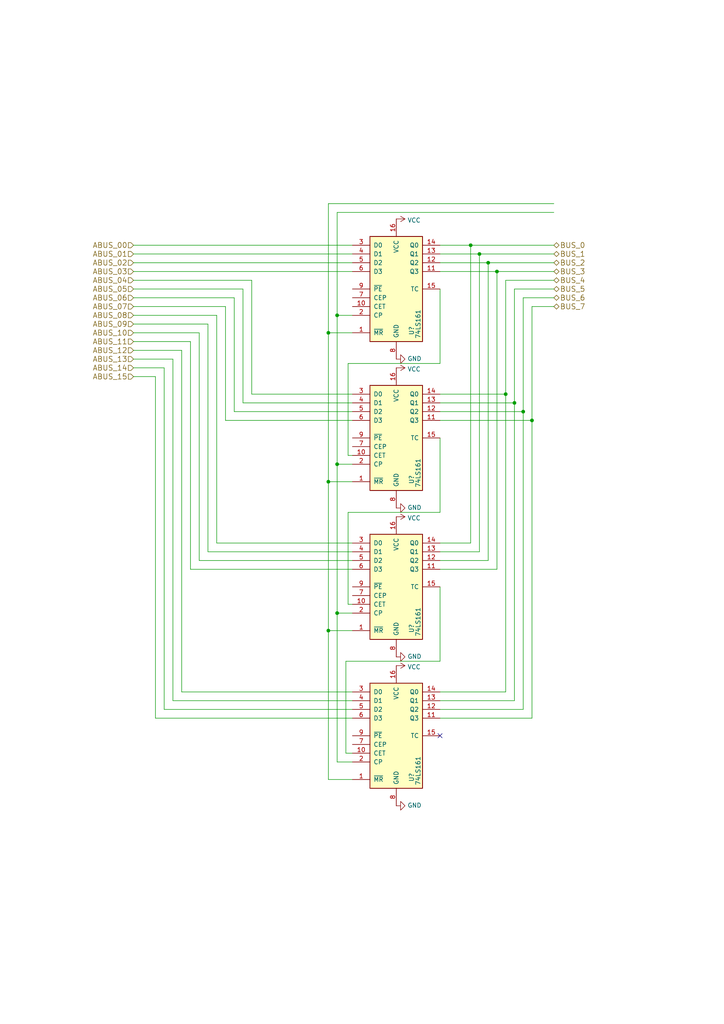
<source format=kicad_sch>
(kicad_sch (version 20211123) (generator eeschema)
  (paper "A4" portrait)
  (lib_symbols
    (symbol "74xx:74LS161" (pin_names (offset 1.016))
      (property "Reference" "U" (at -7.62 16.51 0))
      (property "Value" "74LS161" (at -7.62 -16.51 0))
      (symbol "74LS161_1_0"
        (pin input line (at -12.7 -12.7 0) (length 5.08) (name "~{MR}") (number "1"))
        (pin input line (at -12.7 -5.08 0) (length 5.08) (name "CET") (number "10"))
        (pin output line (at 12.7 5.08 180) (length 5.08) (name "Q3") (number "11"))
        (pin output line (at 12.7 7.62 180) (length 5.08) (name "Q2") (number "12"))
        (pin output line (at 12.7 10.16 180) (length 5.08) (name "Q1") (number "13"))
        (pin output line (at 12.7 12.7 180) (length 5.08) (name "Q0") (number "14"))
        (pin output line (at 12.7 0 180) (length 5.08) (name "TC") (number "15"))
        (pin power_in line (at 0 20.32 270) (length 5.08) (name "VCC") (number "16"))
        (pin input line (at -12.7 -7.62 0) (length 5.08) (name "CP") (number "2"))
        (pin input line (at -12.7 12.7 0) (length 5.08) (name "D0") (number "3"))
        (pin input line (at -12.7 10.16 0) (length 5.08) (name "D1") (number "4"))
        (pin input line (at -12.7 7.62 0) (length 5.08) (name "D2") (number "5"))
        (pin input line (at -12.7 5.08 0) (length 5.08) (name "D3") (number "6"))
        (pin input line (at -12.7 -2.54 0) (length 5.08) (name "CEP") (number "7"))
        (pin power_in line (at 0 -20.32 90) (length 5.08) (name "GND") (number "8"))
        (pin input line (at -12.7 0 0) (length 5.08) (name "~{PE}") (number "9"))
      )
      (symbol "74LS161_1_1"
        (rectangle (start -7.62 15.24) (end 7.62 -15.24) (stroke (width 0.254)) (fill (type background)))
      )
    )
    (symbol "74xx:74LS245" (pin_names (offset 1.016))
      (property "Reference" "U" (at -7.62 16.51 0))
      (property "Value" "74LS245" (at -7.62 -16.51 0))
      (symbol "74LS245_1_0"
        (polyline (pts (xy -0.635 -1.27) (xy -0.635 1.27) (xy 0.635 1.27)))
        (polyline (pts (xy -1.27 -1.27) (xy 0.635 -1.27) (xy 0.635 1.27) (xy 1.27 1.27)))
        (pin input line (at -12.7 -10.16 0) (length 5.08) (name "A->B") (number "1"))
        (pin power_in line (at 0 -20.32 90) (length 5.08) (name "GND") (number "10"))
        (pin tri_state line (at 12.7 -5.08 180) (length 5.08) (name "B7") (number "11"))
        (pin tri_state line (at 12.7 -2.54 180) (length 5.08) (name "B6") (number "12"))
        (pin tri_state line (at 12.7 0 180) (length 5.08) (name "B5") (number "13"))
        (pin tri_state line (at 12.7 2.54 180) (length 5.08) (name "B4") (number "14"))
        (pin tri_state line (at 12.7 5.08 180) (length 5.08) (name "B3") (number "15"))
        (pin tri_state line (at 12.7 7.62 180) (length 5.08) (name "B2") (number "16"))
        (pin tri_state line (at 12.7 10.16 180) (length 5.08) (name "B1") (number "17"))
        (pin tri_state line (at 12.7 12.7 180) (length 5.08) (name "B0") (number "18"))
        (pin input inverted (at -12.7 -12.7 0) (length 5.08) (name "CE") (number "19"))
        (pin tri_state line (at -12.7 12.7 0) (length 5.08) (name "A0") (number "2"))
        (pin power_in line (at 0 20.32 270) (length 5.08) (name "VCC") (number "20"))
        (pin tri_state line (at -12.7 10.16 0) (length 5.08) (name "A1") (number "3"))
        (pin tri_state line (at -12.7 7.62 0) (length 5.08) (name "A2") (number "4"))
        (pin tri_state line (at -12.7 5.08 0) (length 5.08) (name "A3") (number "5"))
        (pin tri_state line (at -12.7 2.54 0) (length 5.08) (name "A4") (number "6"))
        (pin tri_state line (at -12.7 0 0) (length 5.08) (name "A5") (number "7"))
        (pin tri_state line (at -12.7 -2.54 0) (length 5.08) (name "A6") (number "8"))
        (pin tri_state line (at -12.7 -5.08 0) (length 5.08) (name "A7") (number "9"))
      )
      (symbol "74LS245_1_1"
        (rectangle (start -7.62 15.24) (end 7.62 -15.24) (stroke (width 0.254)) (fill (type background)))
      )
    )
    (symbol "Device:C" (pin_numbers hide) (pin_names (offset 0.254))
      (property "Reference" "C" (at 0.635 2.54 0))
      (property "Value" "C" (at 0.635 -2.54 0))
      (symbol "C_0_1"
        (polyline (pts (xy -2.032 -0.762) (xy 2.032 -0.762)) (stroke (width 0.508)))
        (polyline (pts (xy -2.032 0.762) (xy 2.032 0.762)) (stroke (width 0.508)))
      )
      (symbol "C_1_1"
        (pin passive line (at 0 3.81 270) (length 2.794) (name "~") (number "1"))
        (pin passive line (at 0 -3.81 90) (length 2.794) (name "~") (number "2"))
      )
    )
    (symbol "power:GND" (power) (pin_names (offset 0))
      (property "Value" "GND" (at 0 -3.81 0))
      (symbol "GND_0_1"
        (polyline (pts (xy 0 0) (xy 0 -1.27) (xy 1.27 -1.27) (xy 0 -2.54) (xy -1.27 -1.27) (xy 0 -1.27)))
      )
      (symbol "GND_1_1"
        (pin power_in line (at 0 0 270) (length 0) hide (name "GND") (number "1"))
      )
    )
    (symbol "power:VCC" (power) (pin_names (offset 0))
      (property "Value" "VCC" (at 0 3.81 0))
      (symbol "VCC_0_1"
        (polyline (pts (xy -0.762 1.27) (xy 0 2.54)))
        (polyline (pts (xy 0 0) (xy 0 2.54)))
        (polyline (pts (xy 0 2.54) (xy 0.762 1.27)))
      )
      (symbol "VCC_1_1"
        (pin power_in line (at 0 0 90) (length 0) hide (name "VCC") (number "1"))
      )
    )
  )
  (junction (at 95.25 139.7))
  (junction (at 97.79 91.44))
  (junction (at 97.79 134.62))
  (junction (at 97.79 177.8))
  (junction (at 149.225 116.84))
  (junction (at 240.665 193.04))
  (junction (at 360.045 182.88))
  (junction (at 141.605 76.2))
  (junction (at 245.745 73.66))
  (junction (at 362.585 180.34))
  (junction (at 253.365 76.2))
  (junction (at 365.125 177.8))
  (junction (at 245.745 114.3))
  (junction (at 250.825 167.64))
  (junction (at 136.525 71.12))
  (junction (at 245.745 157.48))
  (junction (at 146.685 114.3))
  (junction (at 367.665 175.26))
  (junction (at 139.065 73.66))
  (junction (at 357.505 185.42))
  (junction (at 225.425 144.78))
  (junction (at 151.765 119.38))
  (junction (at 95.25 182.88))
  (junction (at 248.285 68.58))
  (junction (at 253.365 162.56))
  (junction (at 95.25 96.52))
  (junction (at 253.365 119.38))
  (junction (at 250.825 124.46))
  (junction (at 233.045 185.42))
  (junction (at 352.425 190.5))
  (junction (at 354.965 187.96))
  (junction (at 248.285 154.94))
  (junction (at 222.885 142.24))
  (junction (at 238.125 190.5))
  (junction (at 144.145 78.74))
  (junction (at 349.885 193.04))
  (junction (at 245.745 71.12))
  (junction (at 154.305 121.92))
  (junction (at 230.505 149.86))
  (junction (at 250.825 81.28))
  (junction (at 227.965 147.32))
  (junction (at 235.585 187.96))
  (no_connect (at 127.635 213.36))
  (no_connect (at 282.575 198.12))
  (wire (pts (xy 45.085 109.22) (xy 45.085 208.28)))
  (wire (pts (xy 347.345 180.34) (xy 362.585 180.34)))
  (wire (pts (xy 127.635 73.66) (xy 139.065 73.66)))
  (wire (pts (xy 127.635 78.74) (xy 144.145 78.74)))
  (wire (pts (xy 127.635 170.18) (xy 127.635 191.77)))
  (wire (pts (xy 257.175 111.76) (xy 248.285 111.76)))
  (wire (pts (xy 55.245 99.06) (xy 55.245 165.1)))
  (wire (pts (xy 248.285 116.84) (xy 243.205 116.84)))
  (wire (pts (xy 255.905 90.17) (xy 255.905 116.84)))
  (wire (pts (xy 245.745 157.48) (xy 245.745 200.66)))
  (wire (pts (xy 97.79 177.8) (xy 97.79 134.62)))
  (wire (pts (xy 308.61 93.98) (xy 321.945 93.98)))
  (wire (pts (xy 255.905 160.02) (xy 257.175 160.02)))
  (wire (pts (xy 257.175 190.5) (xy 238.125 190.5)))
  (wire (pts (xy 230.505 149.86) (xy 257.175 149.86)))
  (wire (pts (xy 311.15 91.44) (xy 311.15 58.42)))
  (wire (pts (xy 362.585 93.98) (xy 362.585 180.34)))
  (wire (pts (xy 240.665 106.68) (xy 240.665 193.04)))
  (wire (pts (xy 362.585 180.34) (xy 374.015 180.34)))
  (wire (pts (xy 357.505 99.06) (xy 357.505 185.42)))
  (wire (pts (xy 257.175 58.42) (xy 225.425 58.42)))
  (wire (pts (xy 282.575 187.96) (xy 321.945 187.96)))
  (wire (pts (xy 38.735 78.74) (xy 102.235 78.74)))
  (wire (pts (xy 45.085 208.28) (xy 102.235 208.28)))
  (wire (pts (xy 127.635 157.48) (xy 136.525 157.48)))
  (wire (pts (xy 141.605 162.56) (xy 141.605 76.2)))
  (wire (pts (xy 227.965 147.32) (xy 257.175 147.32)))
  (wire (pts (xy 306.07 96.52) (xy 321.945 96.52)))
  (wire (pts (xy 257.175 119.38) (xy 253.365 119.38)))
  (wire (pts (xy 257.175 193.04) (xy 240.665 193.04)))
  (wire (pts (xy 313.69 88.9) (xy 321.945 88.9)))
  (wire (pts (xy 95.25 139.7) (xy 95.25 96.52)))
  (wire (pts (xy 347.345 193.04) (xy 349.885 193.04)))
  (wire (pts (xy 95.25 139.7) (xy 102.235 139.7)))
  (wire (pts (xy 233.045 185.42) (xy 257.175 185.42)))
  (wire (pts (xy 227.965 60.96) (xy 257.175 60.96)))
  (wire (pts (xy 102.235 114.3) (xy 73.025 114.3)))
  (wire (pts (xy 257.175 106.68) (xy 240.665 106.68)))
  (wire (pts (xy 97.79 177.8) (xy 102.235 177.8)))
  (wire (pts (xy 248.285 154.94) (xy 248.285 116.84)))
  (wire (pts (xy 225.425 144.78) (xy 225.425 58.42)))
  (wire (pts (xy 250.825 36.83) (xy 250.825 81.28)))
  (wire (pts (xy 257.175 76.2) (xy 253.365 76.2)))
  (wire (pts (xy 227.965 147.32) (xy 227.965 60.96)))
  (wire (pts (xy 282.575 99.06) (xy 321.945 99.06)))
  (wire (pts (xy 102.235 226.06) (xy 95.25 226.06)))
  (wire (pts (xy 313.69 55.88) (xy 313.69 88.9)))
  (wire (pts (xy 95.25 59.055) (xy 160.655 59.055)))
  (wire (pts (xy 282.575 176.53) (xy 255.905 176.53)))
  (wire (pts (xy 257.175 144.78) (xy 225.425 144.78)))
  (wire (pts (xy 282.575 190.5) (xy 321.945 190.5)))
  (wire (pts (xy 95.25 182.88) (xy 95.25 139.7)))
  (wire (pts (xy 52.705 200.66) (xy 52.705 101.6)))
  (wire (pts (xy 282.575 111.76) (xy 282.575 133.35)))
  (wire (pts (xy 139.065 73.66) (xy 160.655 73.66)))
  (wire (pts (xy 225.425 246.38) (xy 365.125 246.38)))
  (wire (pts (xy 144.145 165.1) (xy 127.635 165.1)))
  (wire (pts (xy 154.305 208.28) (xy 127.635 208.28)))
  (wire (pts (xy 144.145 78.74) (xy 144.145 165.1)))
  (wire (pts (xy 100.965 132.08) (xy 100.965 105.41)))
  (wire (pts (xy 354.965 236.22) (xy 354.965 187.96)))
  (wire (pts (xy 127.635 83.82) (xy 127.635 105.41)))
  (wire (pts (xy 250.825 124.46) (xy 250.825 167.64)))
  (wire (pts (xy 102.235 119.38) (xy 67.945 119.38)))
  (wire (pts (xy 257.175 63.5) (xy 230.505 63.5)))
  (wire (pts (xy 47.625 106.68) (xy 38.735 106.68)))
  (wire (pts (xy 282.575 193.04) (xy 321.945 193.04)))
  (wire (pts (xy 224.155 41.91) (xy 316.865 41.91)))
  (wire (pts (xy 282.575 185.42) (xy 321.945 185.42)))
  (wire (pts (xy 240.665 231.14) (xy 349.885 231.14)))
  (wire (pts (xy 154.305 121.92) (xy 154.305 208.28)))
  (wire (pts (xy 313.69 175.26) (xy 321.945 175.26)))
  (wire (pts (xy 127.635 162.56) (xy 141.605 162.56)))
  (wire (pts (xy 70.485 116.84) (xy 102.235 116.84)))
  (wire (pts (xy 360.045 96.52) (xy 347.345 96.52)))
  (wire (pts (xy 360.045 182.88) (xy 374.015 182.88)))
  (wire (pts (xy 127.635 127) (xy 127.635 148.59)))
  (wire (pts (xy 360.045 182.88) (xy 360.045 96.52)))
  (wire (pts (xy 238.125 233.68) (xy 352.425 233.68)))
  (wire (pts (xy 352.425 190.5) (xy 374.015 190.5)))
  (wire (pts (xy 95.25 96.52) (xy 102.235 96.52)))
  (wire (pts (xy 100.965 105.41) (xy 127.635 105.41)))
  (wire (pts (xy 144.145 78.74) (xy 160.655 78.74)))
  (wire (pts (xy 151.765 205.74) (xy 151.765 119.38)))
  (wire (pts (xy 316.865 200.66) (xy 321.945 200.66)))
  (wire (pts (xy 102.235 162.56) (xy 57.785 162.56)))
  (wire (pts (xy 224.155 36.83) (xy 245.745 36.83)))
  (wire (pts (xy 222.885 142.24) (xy 222.885 55.88)))
  (wire (pts (xy 100.33 191.77) (xy 127.635 191.77)))
  (wire (pts (xy 308.61 180.34) (xy 321.945 180.34)))
  (wire (pts (xy 248.285 198.12) (xy 248.285 154.94)))
  (wire (pts (xy 313.69 142.24) (xy 313.69 175.26)))
  (wire (pts (xy 250.825 210.82) (xy 257.175 210.82)))
  (wire (pts (xy 253.365 119.38) (xy 253.365 76.2)))
  (wire (pts (xy 233.045 99.06) (xy 233.045 185.42)))
  (wire (pts (xy 357.505 238.76) (xy 233.045 238.76)))
  (wire (pts (xy 282.575 68.58) (xy 282.575 90.17)))
  (wire (pts (xy 257.175 200.66) (xy 245.745 200.66)))
  (wire (pts (xy 102.235 220.98) (xy 97.79 220.98)))
  (wire (pts (xy 136.525 157.48) (xy 136.525 71.12)))
  (wire (pts (xy 347.345 104.14) (xy 352.425 104.14)))
  (wire (pts (xy 306.07 149.86) (xy 306.07 182.88)))
  (wire (pts (xy 224.155 39.37) (xy 319.405 39.37)))
  (wire (pts (xy 38.735 76.2) (xy 102.235 76.2)))
  (wire (pts (xy 255.905 176.53) (xy 255.905 203.2)))
  (wire (pts (xy 250.825 36.83) (xy 375.285 36.83)))
  (wire (pts (xy 352.425 233.68) (xy 352.425 190.5)))
  (wire (pts (xy 347.345 187.96) (xy 354.965 187.96)))
  (wire (pts (xy 253.365 119.38) (xy 253.365 162.56)))
  (wire (pts (xy 154.305 121.92) (xy 154.305 88.9)))
  (wire (pts (xy 365.125 91.44) (xy 347.345 91.44)))
  (wire (pts (xy 57.785 96.52) (xy 38.735 96.52)))
  (wire (pts (xy 250.825 124.46) (xy 257.175 124.46)))
  (wire (pts (xy 282.575 55.88) (xy 313.69 55.88)))
  (wire (pts (xy 253.365 34.29) (xy 253.365 76.2)))
  (wire (pts (xy 127.635 116.84) (xy 149.225 116.84)))
  (wire (pts (xy 149.225 116.84) (xy 149.225 83.82)))
  (wire (pts (xy 70.485 83.82) (xy 70.485 116.84)))
  (wire (pts (xy 127.635 71.12) (xy 136.525 71.12)))
  (wire (pts (xy 282.575 154.94) (xy 282.575 176.53)))
  (wire (pts (xy 97.79 61.595) (xy 160.655 61.595)))
  (wire (pts (xy 311.15 58.42) (xy 282.575 58.42)))
  (wire (pts (xy 224.155 44.45) (xy 248.285 44.45)))
  (wire (pts (xy 233.045 99.06) (xy 257.175 99.06)))
  (wire (pts (xy 282.575 106.68) (xy 321.945 106.68)))
  (wire (pts (xy 235.585 187.96) (xy 235.585 236.22)))
  (wire (pts (xy 362.585 243.84) (xy 227.965 243.84)))
  (wire (pts (xy 65.405 88.9) (xy 65.405 121.92)))
  (wire (pts (xy 146.685 200.66) (xy 146.685 114.3)))
  (wire (pts (xy 95.25 226.06) (xy 95.25 182.88)))
  (wire (pts (xy 352.425 104.14) (xy 352.425 190.5)))
  (wire (pts (xy 136.525 71.12) (xy 160.655 71.12)))
  (wire (pts (xy 224.155 46.99) (xy 243.205 46.99)))
  (wire (pts (xy 95.25 96.52) (xy 95.25 59.055)))
  (wire (pts (xy 257.175 205.74) (xy 253.365 205.74)))
  (wire (pts (xy 255.905 203.2) (xy 257.175 203.2)))
  (wire (pts (xy 149.225 203.2) (xy 127.635 203.2)))
  (wire (pts (xy 282.575 90.17) (xy 255.905 90.17)))
  (wire (pts (xy 248.285 68.58) (xy 257.175 68.58)))
  (wire (pts (xy 250.825 81.28) (xy 250.825 124.46)))
  (wire (pts (xy 250.825 167.64) (xy 250.825 210.82)))
  (wire (pts (xy 245.745 71.12) (xy 257.175 71.12)))
  (wire (pts (xy 127.635 205.74) (xy 151.765 205.74)))
  (wire (pts (xy 253.365 205.74) (xy 253.365 162.56)))
  (wire (pts (xy 311.15 144.78) (xy 311.15 177.8)))
  (wire (pts (xy 160.655 81.28) (xy 146.685 81.28)))
  (wire (pts (xy 97.79 91.44) (xy 102.235 91.44)))
  (wire (pts (xy 347.345 182.88) (xy 360.045 182.88)))
  (wire (pts (xy 347.345 185.42) (xy 357.505 185.42)))
  (wire (pts (xy 230.505 149.86) (xy 230.505 241.3)))
  (wire (pts (xy 319.405 39.37) (xy 319.405 114.3)))
  (wire (pts (xy 245.745 73.66) (xy 245.745 114.3)))
  (wire (pts (xy 316.865 41.91) (xy 316.865 200.66)))
  (wire (pts (xy 360.045 241.3) (xy 360.045 182.88)))
  (wire (pts (xy 282.575 101.6) (xy 321.945 101.6)))
  (wire (pts (xy 97.79 91.44) (xy 97.79 61.595)))
  (wire (pts (xy 367.665 88.9) (xy 367.665 175.26)))
  (wire (pts (xy 282.575 144.78) (xy 311.15 144.78)))
  (wire (pts (xy 149.225 83.82) (xy 160.655 83.82)))
  (wire (pts (xy 102.235 218.44) (xy 100.33 218.44)))
  (wire (pts (xy 257.175 81.28) (xy 250.825 81.28)))
  (wire (pts (xy 238.125 104.14) (xy 238.125 190.5)))
  (wire (pts (xy 95.25 182.88) (xy 102.235 182.88)))
  (wire (pts (xy 233.045 185.42) (xy 233.045 238.76)))
  (wire (pts (xy 367.665 175.26) (xy 374.015 175.26)))
  (wire (pts (xy 100.965 175.26) (xy 100.965 148.59)))
  (wire (pts (xy 349.885 193.04) (xy 374.015 193.04)))
  (wire (pts (xy 127.635 200.66) (xy 146.685 200.66)))
  (wire (pts (xy 146.685 114.3) (xy 127.635 114.3)))
  (wire (pts (xy 102.235 175.26) (xy 100.965 175.26)))
  (wire (pts (xy 50.165 104.14) (xy 50.165 203.2)))
  (wire (pts (xy 52.705 101.6) (xy 38.735 101.6)))
  (wire (pts (xy 227.965 147.32) (xy 227.965 243.84)))
  (wire (pts (xy 255.905 133.35) (xy 255.905 160.02)))
  (wire (pts (xy 282.575 104.14) (xy 321.945 104.14)))
  (wire (pts (xy 238.125 190.5) (xy 238.125 233.68)))
  (wire (pts (xy 257.175 104.14) (xy 238.125 104.14)))
  (wire (pts (xy 67.945 119.38) (xy 67.945 86.36)))
  (wire (pts (xy 151.765 119.38) (xy 151.765 86.36)))
  (wire (pts (xy 282.575 60.96) (xy 308.61 60.96)))
  (wire (pts (xy 349.885 231.14) (xy 349.885 193.04)))
  (wire (pts (xy 222.885 55.88) (xy 257.175 55.88)))
  (wire (pts (xy 55.245 165.1) (xy 102.235 165.1)))
  (wire (pts (xy 62.865 157.48) (xy 102.235 157.48)))
  (wire (pts (xy 38.735 93.98) (xy 60.325 93.98)))
  (wire (pts (xy 73.025 81.28) (xy 38.735 81.28)))
  (wire (pts (xy 245.745 71.12) (xy 245.745 73.66)))
  (wire (pts (xy 243.205 116.84) (xy 243.205 46.99)))
  (wire (pts (xy 308.61 147.32) (xy 308.61 180.34)))
  (wire (pts (xy 347.345 88.9) (xy 367.665 88.9)))
  (wire (pts (xy 308.61 60.96) (xy 308.61 93.98)))
  (wire (pts (xy 235.585 236.22) (xy 354.965 236.22)))
  (wire (pts (xy 62.865 91.44) (xy 38.735 91.44)))
  (wire (pts (xy 255.905 116.84) (xy 257.175 116.84)))
  (wire (pts (xy 349.885 193.04) (xy 349.885 106.68)))
  (wire (pts (xy 38.735 99.06) (xy 55.245 99.06)))
  (wire (pts (xy 146.685 81.28) (xy 146.685 114.3)))
  (wire (pts (xy 139.065 160.02) (xy 127.635 160.02)))
  (wire (pts (xy 282.575 142.24) (xy 313.69 142.24)))
  (wire (pts (xy 347.345 175.26) (xy 367.665 175.26)))
  (wire (pts (xy 225.425 144.78) (xy 225.425 246.38)))
  (wire (pts (xy 97.79 134.62) (xy 97.79 91.44)))
  (wire (pts (xy 306.07 182.88) (xy 321.945 182.88)))
  (wire (pts (xy 38.735 109.22) (xy 45.085 109.22)))
  (wire (pts (xy 347.345 177.8) (xy 365.125 177.8)))
  (wire (pts (xy 67.945 86.36) (xy 38.735 86.36)))
  (wire (pts (xy 235.585 101.6) (xy 235.585 187.96)))
  (wire (pts (xy 73.025 114.3) (xy 73.025 81.28)))
  (wire (pts (xy 222.885 142.24) (xy 257.175 142.24)))
  (wire (pts (xy 257.175 101.6) (xy 235.585 101.6)))
  (wire (pts (xy 102.235 200.66) (xy 52.705 200.66)))
  (wire (pts (xy 60.325 160.02) (xy 102.235 160.02)))
  (wire (pts (xy 248.285 154.94) (xy 257.175 154.94)))
  (wire (pts (xy 347.345 93.98) (xy 362.585 93.98)))
  (wire (pts (xy 257.175 167.64) (xy 250.825 167.64)))
  (wire (pts (xy 151.765 86.36) (xy 160.655 86.36)))
  (wire (pts (xy 102.235 205.74) (xy 47.625 205.74)))
  (wire (pts (xy 365.125 177.8) (xy 365.125 91.44)))
  (wire (pts (xy 60.325 93.98) (xy 60.325 160.02)))
  (wire (pts (xy 282.575 149.86) (xy 306.07 149.86)))
  (wire (pts (xy 38.735 88.9) (xy 65.405 88.9)))
  (wire (pts (xy 365.125 246.38) (xy 365.125 177.8)))
  (wire (pts (xy 127.635 76.2) (xy 141.605 76.2)))
  (wire (pts (xy 354.965 187.96) (xy 354.965 101.6)))
  (wire (pts (xy 282.575 147.32) (xy 308.61 147.32)))
  (wire (pts (xy 127.635 119.38) (xy 151.765 119.38)))
  (wire (pts (xy 311.15 91.44) (xy 321.945 91.44)))
  (wire (pts (xy 347.345 99.06) (xy 357.505 99.06)))
  (wire (pts (xy 230.505 63.5) (xy 230.505 149.86)))
  (wire (pts (xy 357.505 185.42) (xy 374.015 185.42)))
  (wire (pts (xy 354.965 101.6) (xy 347.345 101.6)))
  (wire (pts (xy 149.225 116.84) (xy 149.225 203.2)))
  (wire (pts (xy 357.505 185.42) (xy 357.505 238.76)))
  (wire (pts (xy 240.665 193.04) (xy 240.665 231.14)))
  (wire (pts (xy 47.625 205.74) (xy 47.625 106.68)))
  (wire (pts (xy 253.365 34.29) (xy 375.285 34.29)))
  (wire (pts (xy 311.15 177.8) (xy 321.945 177.8)))
  (wire (pts (xy 154.305 88.9) (xy 160.655 88.9)))
  (wire (pts (xy 139.065 73.66) (xy 139.065 160.02)))
  (wire (pts (xy 257.175 187.96) (xy 235.585 187.96)))
  (wire (pts (xy 282.575 63.5) (xy 306.07 63.5)))
  (wire (pts (xy 248.285 44.45) (xy 248.285 68.58)))
  (wire (pts (xy 245.745 157.48) (xy 257.175 157.48)))
  (wire (pts (xy 362.585 180.34) (xy 362.585 243.84)))
  (wire (pts (xy 245.745 36.83) (xy 245.745 71.12)))
  (wire (pts (xy 367.665 175.26) (xy 367.665 248.92)))
  (wire (pts (xy 65.405 121.92) (xy 102.235 121.92)))
  (wire (pts (xy 38.735 83.82) (xy 70.485 83.82)))
  (wire (pts (xy 365.125 177.8) (xy 374.015 177.8)))
  (wire (pts (xy 257.175 162.56) (xy 253.365 162.56)))
  (wire (pts (xy 38.735 71.12) (xy 102.235 71.12)))
  (wire (pts (xy 367.665 248.92) (xy 222.885 248.92)))
  (wire (pts (xy 127.635 121.92) (xy 154.305 121.92)))
  (wire (pts (xy 62.865 157.48) (xy 62.865 91.44)))
  (wire (pts (xy 354.965 187.96) (xy 374.015 187.96)))
  (wire (pts (xy 347.345 190.5) (xy 352.425 190.5)))
  (wire (pts (xy 306.07 63.5) (xy 306.07 96.52)))
  (wire (pts (xy 50.165 203.2) (xy 102.235 203.2)))
  (wire (pts (xy 245.745 73.66) (xy 257.175 73.66)))
  (wire (pts (xy 230.505 241.3) (xy 360.045 241.3)))
  (wire (pts (xy 97.79 220.98) (xy 97.79 177.8)))
  (wire (pts (xy 282.575 133.35) (xy 255.905 133.35)))
  (wire (pts (xy 257.175 114.3) (xy 245.745 114.3)))
  (wire (pts (xy 141.605 76.2) (xy 160.655 76.2)))
  (wire (pts (xy 97.79 134.62) (xy 102.235 134.62)))
  (wire (pts (xy 245.745 114.3) (xy 245.745 157.48)))
  (wire (pts (xy 321.945 114.3) (xy 319.405 114.3)))
  (wire (pts (xy 222.885 142.24) (xy 222.885 248.92)))
  (wire (pts (xy 102.235 132.08) (xy 100.965 132.08)))
  (wire (pts (xy 38.735 73.66) (xy 102.235 73.66)))
  (wire (pts (xy 38.735 104.14) (xy 50.165 104.14)))
  (wire (pts (xy 57.785 162.56) (xy 57.785 96.52)))
  (wire (pts (xy 100.33 218.44) (xy 100.33 191.77)))
  (wire (pts (xy 248.285 111.76) (xy 248.285 68.58)))
  (wire (pts (xy 257.175 198.12) (xy 248.285 198.12)))
  (wire (pts (xy 349.885 106.68) (xy 347.345 106.68)))
  (wire (pts (xy 100.965 148.59) (xy 127.635 148.59)))
  (hierarchical_label "ABUS_12" (shape input) (at 38.735 101.6 180) (effects (font (size 1.524 1.524))))
  (hierarchical_label "ABUS_04" (shape input) (at 38.735 81.28 180) (effects (font (size 1.524 1.524))))
  (hierarchical_label "BUS_4" (shape bidirectional) (at 160.655 81.28 0) (effects (font (size 1.524 1.524))))
  (hierarchical_label "ABUS_09" (shape input) (at 38.735 93.98 180) (effects (font (size 1.524 1.524))))
  (hierarchical_label "ABUS_14" (shape input) (at 38.735 106.68 180) (effects (font (size 1.524 1.524))))
  (hierarchical_label "CLK" (shape input) (at 375.285 34.29 0) (effects (font (size 1.524 1.524))))
  (hierarchical_label "~{CLR}" (shape input) (at 375.285 36.83 0) (effects (font (size 1.524 1.524))))
  (hierarchical_label "ABUS_05" (shape input) (at 38.735 83.82 180) (effects (font (size 1.524 1.524))))
  (hierarchical_label "~{JlB}" (shape input) (at 224.155 46.99 180) (effects (font (size 1.524 1.524))))
  (hierarchical_label "ABUS_02" (shape input) (at 38.735 76.2 180) (effects (font (size 1.524 1.524))))
  (hierarchical_label "ABUS_10" (shape input) (at 38.735 96.52 180) (effects (font (size 1.524 1.524))))
  (hierarchical_label "ABUS_07" (shape input) (at 38.735 88.9 180) (effects (font (size 1.524 1.524))))
  (hierarchical_label "ABUS_06" (shape input) (at 38.735 86.36 180) (effects (font (size 1.524 1.524))))
  (hierarchical_label "BUS_5" (shape bidirectional) (at 160.655 83.82 0) (effects (font (size 1.524 1.524))))
  (hierarchical_label "BUS_1" (shape bidirectional) (at 160.655 73.66 0) (effects (font (size 1.524 1.524))))
  (hierarchical_label "~{COlB}" (shape input) (at 224.155 41.91 180) (effects (font (size 1.524 1.524))))
  (hierarchical_label "ABUS_08" (shape input) (at 38.735 91.44 180) (effects (font (size 1.524 1.524))))
  (hierarchical_label "CE" (shape input) (at 224.155 36.83 180) (effects (font (size 1.524 1.524))))
  (hierarchical_label "~{JhB}" (shape input) (at 224.155 44.45 180) (effects (font (size 1.524 1.524))))
  (hierarchical_label "ABUS_11" (shape input) (at 38.735 99.06 180) (effects (font (size 1.524 1.524))))
  (hierarchical_label "ABUS_13" (shape input) (at 38.735 104.14 180) (effects (font (size 1.524 1.524))))
  (hierarchical_label "ABUS_03" (shape input) (at 38.735 78.74 180) (effects (font (size 1.524 1.524))))
  (hierarchical_label "BUS_6" (shape bidirectional) (at 160.655 86.36 0) (effects (font (size 1.524 1.524))))
  (hierarchical_label "~{COhB}" (shape input) (at 224.155 39.37 180) (effects (font (size 1.524 1.524))))
  (hierarchical_label "ABUS_00" (shape input) (at 38.735 71.12 180) (effects (font (size 1.524 1.524))))
  (hierarchical_label "BUS_3" (shape bidirectional) (at 160.655 78.74 0) (effects (font (size 1.524 1.524))))
  (hierarchical_label "BUS_7" (shape bidirectional) (at 160.655 88.9 0) (effects (font (size 1.524 1.524))))
  (hierarchical_label "BUS_0" (shape bidirectional) (at 160.655 71.12 0) (effects (font (size 1.524 1.524))))
  (hierarchical_label "ABUS_15" (shape input) (at 38.735 109.22 180) (effects (font (size 1.524 1.524))))
  (hierarchical_label "ABUS_01" (shape input) (at 38.735 73.66 180) (effects (font (size 1.524 1.524))))
  (hierarchical_label "BUS_2" (shape bidirectional) (at 160.655 76.2 0) (effects (font (size 1.524 1.524))))
  (symbol (lib_id "Device:C") (at 377.825 228.6 0) (unit 1)
    (property "Reference" "C14" (at 378.46 226.06 0) (effects (justify left)))
    (property "Value" "C" (at 378.46 231.14 0) (effects (justify left)))
    (property "Footprint" "Capacitor_THT:C_Disc_D4.3mm_W1.9mm_P5.00mm" (effects hide))
  )
  (symbol (lib_id "power:GND") (at 377.825 232.41 0) (unit 1)
    (property "Reference" "#PWR098" (effects hide))
    (property "Value" "GND" (at 377.825 236.22 0))
  )
  (symbol (lib_id "power:VCC") (at 377.825 224.79 0) (unit 1)
    (property "Reference" "#PWR097" (effects hide))
    (property "Value" "VCC" (at 377.825 220.98 0))
  )
  (symbol (lib_id "74xx:74LS245") (at 334.645 187.96 0) (unit 1)
    (property "Reference" "U25" (at 334.645 182.88 0))
    (property "Value" "74LS245" (at 340.995 198.12 90))
    (property "Datasheet" "http://www.ti.com/lit/gpn/sn74LS245" (effects hide))
  )
  (symbol (lib_id "74xx:74LS161") (at 269.875 154.94 0) (unit 1)
    (property "Reference" "U23" (at 274.32 167.005 90))
    (property "Value" "74LS161" (at 276.225 165.1 90))
    (property "Datasheet" "http://www.ti.com/lit/gpn/sn74LS161" (effects hide))
  )
  (symbol (lib_id "74xx:74LS161") (at 269.875 198.12 0) (unit 1)
    (property "Reference" "U24" (at 274.32 210.185 90))
    (property "Value" "74LS161" (at 276.225 208.28 90))
    (property "Datasheet" "http://www.ti.com/lit/gpn/sn74LS161" (effects hide))
  )
  (symbol (lib_id "power:GND") (at 269.875 175.26 90) (unit 1)
    (property "Reference" "#PWR090" (effects hide))
    (property "Value" "GND" (at 273.1262 175.133 90) (effects (justify right)))
  )
  (symbol (lib_id "power:GND") (at 269.875 218.44 90) (unit 1)
    (property "Reference" "#PWR092" (effects hide))
    (property "Value" "GND" (at 273.1262 218.313 90) (effects (justify right)))
  )
  (symbol (lib_id "power:VCC") (at 269.875 177.8 270) (unit 1)
    (property "Reference" "#PWR091" (effects hide))
    (property "Value" "VCC" (at 273.1262 178.181 90) (effects (justify left)))
  )
  (symbol (lib_id "power:VCC") (at 269.875 134.62 270) (unit 1)
    (property "Reference" "#PWR089" (effects hide))
    (property "Value" "VCC" (at 273.1262 135.001 90) (effects (justify left)))
  )
  (symbol (lib_id "power:VCC") (at 334.645 167.64 270) (unit 1)
    (property "Reference" "#PWR095" (effects hide))
    (property "Value" "VCC" (at 337.8962 168.021 90) (effects (justify left)))
  )
  (symbol (lib_id "power:GND") (at 334.645 208.28 90) (unit 1)
    (property "Reference" "#PWR096" (effects hide))
    (property "Value" "GND" (at 337.8962 208.153 90) (effects (justify right)))
  )
  (symbol (lib_id "power:VCC") (at 321.945 198.12 0) (unit 1)
    (property "Reference" "#PWR094" (effects hide))
    (property "Value" "VCC" (at 321.945 194.31 0))
  )
  (symbol (lib_id "power:VCC") (at 114.935 193.04 270) (unit 1)
    (property "Reference" "#PWR?" (effects hide))
    (property "Value" "VCC" (at 118.1862 193.421 90) (effects (justify left)))
  )
  (symbol (lib_id "power:GND") (at 114.935 190.5 90) (unit 1)
    (property "Reference" "#PWR?" (effects hide))
    (property "Value" "GND" (at 118.1862 190.373 90) (effects (justify right)))
  )
  (symbol (lib_id "power:GND") (at 114.935 233.68 90) (unit 1)
    (property "Reference" "#PWR?" (effects hide))
    (property "Value" "GND" (at 118.1862 233.553 90) (effects (justify right)))
  )
  (symbol (lib_id "74xx:74LS161") (at 114.935 213.36 0) (unit 1)
    (property "Reference" "U?" (at 119.38 225.425 90))
    (property "Value" "74LS161" (at 121.285 223.52 90))
    (property "Datasheet" "http://www.ti.com/lit/gpn/sn74LS161" (effects hide))
  )
  (symbol (lib_id "power:VCC") (at 114.935 63.5 270) (unit 1)
    (property "Reference" "#PWR?" (effects hide))
    (property "Value" "VCC" (at 118.1862 63.881 90) (effects (justify left)))
  )
  (symbol (lib_id "power:VCC") (at 321.945 111.76 0) (unit 1)
    (property "Reference" "#PWR?" (effects hide))
    (property "Value" "VCC" (at 321.945 107.95 0))
  )
  (symbol (lib_id "power:GND") (at 269.875 132.08 90) (unit 1)
    (property "Reference" "#PWR?" (effects hide))
    (property "Value" "GND" (at 273.1262 131.953 90) (effects (justify right)))
  )
  (symbol (lib_id "74xx:74LS161") (at 114.935 127 0) (unit 1)
    (property "Reference" "U?" (at 119.38 139.065 90))
    (property "Value" "74LS161" (at 121.285 137.16 90))
    (property "Datasheet" "http://www.ti.com/lit/gpn/sn74LS161" (effects hide))
  )
  (symbol (lib_id "power:GND") (at 114.935 147.32 90) (unit 1)
    (property "Reference" "#PWR?" (effects hide))
    (property "Value" "GND" (at 118.1862 147.193 90) (effects (justify right)))
  )
  (symbol (lib_id "74xx:74LS161") (at 269.875 111.76 0) (unit 1)
    (property "Reference" "U?" (at 274.32 123.825 90))
    (property "Value" "74LS161" (at 276.225 121.92 90))
    (property "Datasheet" "http://www.ti.com/lit/gpn/sn74LS161" (effects hide))
  )
  (symbol (lib_id "power:VCC") (at 269.875 48.26 270) (unit 1)
    (property "Reference" "#PWR?" (effects hide))
    (property "Value" "VCC" (at 273.1262 48.641 90) (effects (justify left)))
  )
  (symbol (lib_id "power:VCC") (at 334.645 81.28 270) (unit 1)
    (property "Reference" "#PWR?" (effects hide))
    (property "Value" "VCC" (at 337.8962 81.661 90) (effects (justify left)))
  )
  (symbol (lib_id "74xx:74LS161") (at 269.875 68.58 0) (unit 1)
    (property "Reference" "U?" (at 274.32 80.645 90))
    (property "Value" "74LS161" (at 276.225 78.74 90))
    (property "Datasheet" "http://www.ti.com/lit/gpn/sn74LS161" (effects hide))
  )
  (symbol (lib_id "74xx:74LS245") (at 334.645 101.6 0) (unit 1)
    (property "Reference" "U?" (at 334.645 96.52 0))
    (property "Value" "74LS245" (at 340.995 111.76 90))
    (property "Datasheet" "http://www.ti.com/lit/gpn/sn74LS245" (effects hide))
  )
  (symbol (lib_id "power:GND") (at 269.875 88.9 90) (unit 1)
    (property "Reference" "#PWR?" (effects hide))
    (property "Value" "GND" (at 273.1262 88.773 90) (effects (justify right)))
  )
  (symbol (lib_id "74xx:74LS161") (at 114.935 170.18 0) (unit 1)
    (property "Reference" "U?" (at 119.38 182.245 90))
    (property "Value" "74LS161" (at 121.285 180.34 90))
    (property "Datasheet" "http://www.ti.com/lit/gpn/sn74LS161" (effects hide))
  )
  (symbol (lib_id "74xx:74LS161") (at 114.935 83.82 0) (unit 1)
    (property "Reference" "U?" (at 119.38 95.885 90))
    (property "Value" "74LS161" (at 121.285 93.98 90))
    (property "Datasheet" "http://www.ti.com/lit/gpn/sn74LS161" (effects hide))
  )
  (symbol (lib_id "power:GND") (at 114.935 104.14 90) (unit 1)
    (property "Reference" "#PWR?" (effects hide))
    (property "Value" "GND" (at 118.1862 104.013 90) (effects (justify right)))
  )
  (symbol (lib_id "power:VCC") (at 114.935 149.86 270) (unit 1)
    (property "Reference" "#PWR?" (effects hide))
    (property "Value" "VCC" (at 118.1862 150.241 90) (effects (justify left)))
  )
  (symbol (lib_id "power:VCC") (at 269.875 91.44 270) (unit 1)
    (property "Reference" "#PWR?" (effects hide))
    (property "Value" "VCC" (at 273.1262 91.821 90) (effects (justify left)))
  )
  (symbol (lib_id "power:GND") (at 334.645 121.92 90) (unit 1)
    (property "Reference" "#PWR?" (effects hide))
    (property "Value" "GND" (at 337.8962 121.793 90) (effects (justify right)))
  )
  (symbol (lib_id "power:VCC") (at 114.935 106.68 270) (unit 1)
    (property "Reference" "#PWR?" (effects hide))
    (property "Value" "VCC" (at 118.1862 107.061 90) (effects (justify left)))
  )
)
</source>
